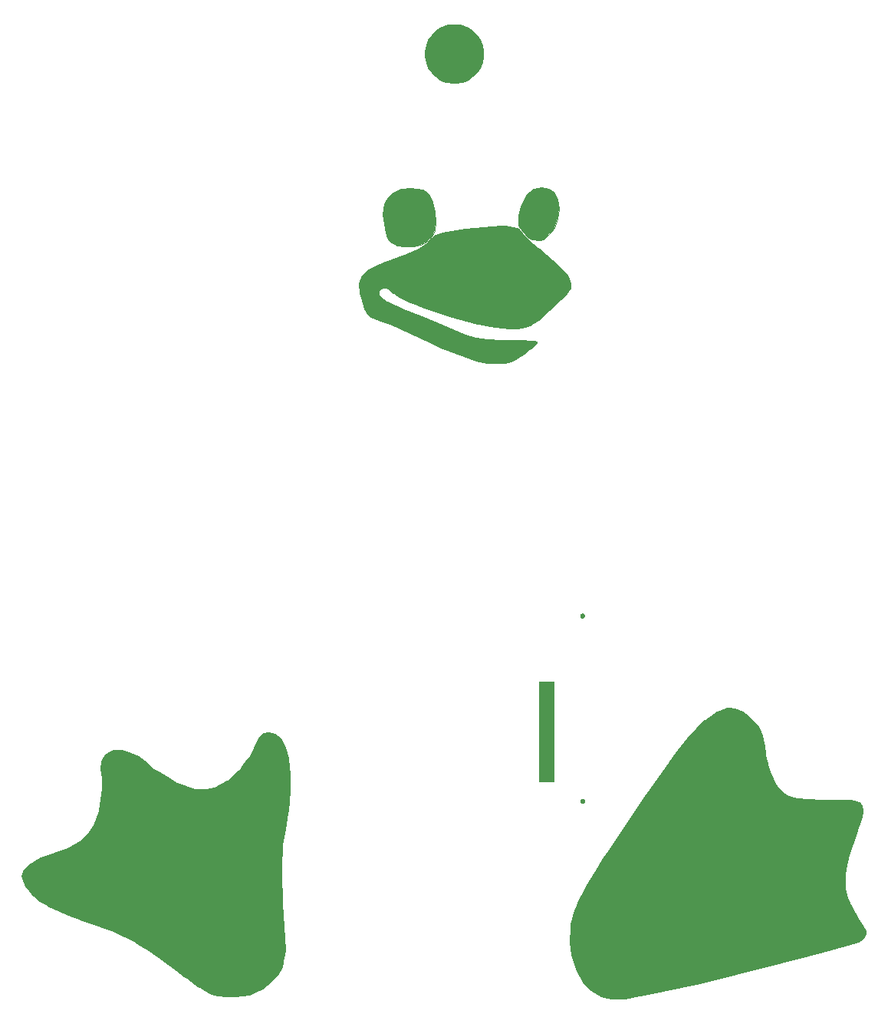
<source format=gbr>
G04 #@! TF.GenerationSoftware,KiCad,Pcbnew,(2018-02-05 revision d1a45d147)-makepkg*
G04 #@! TF.CreationDate,2019-11-12T11:54:18-08:00*
G04 #@! TF.ProjectId,lichen-badge,6C696368656E2D62616467652E6B6963,rev?*
G04 #@! TF.SameCoordinates,Original*
G04 #@! TF.FileFunction,Soldermask,Bot*
G04 #@! TF.FilePolarity,Negative*
%FSLAX46Y46*%
G04 Gerber Fmt 4.6, Leading zero omitted, Abs format (unit mm)*
G04 Created by KiCad (PCBNEW (2018-02-05 revision d1a45d147)-makepkg) date 11/12/19 11:54:18*
%MOMM*%
%LPD*%
G01*
G04 APERTURE LIST*
%ADD10C,0.100000*%
G04 APERTURE END LIST*
D10*
G36*
X97612200Y-85750400D02*
X97891600Y-85140800D01*
X98018600Y-84175600D01*
X97891600Y-83058000D01*
X97612200Y-82016600D01*
X97180400Y-81178400D01*
X96621600Y-80670400D01*
X95300800Y-80441800D01*
X94183200Y-80568800D01*
X93294200Y-80949800D01*
X92710000Y-81508600D01*
X92278200Y-82270600D01*
X92176600Y-83362800D01*
X92379800Y-84963000D01*
X92633800Y-85953600D01*
X93014800Y-86410800D01*
X93776800Y-86791800D01*
X94589600Y-86918800D01*
X95580200Y-86893400D01*
X96545400Y-86690200D01*
X97256600Y-86233000D01*
X97612200Y-85750400D01*
G37*
X97612200Y-85750400D02*
X97891600Y-85140800D01*
X98018600Y-84175600D01*
X97891600Y-83058000D01*
X97612200Y-82016600D01*
X97180400Y-81178400D01*
X96621600Y-80670400D01*
X95300800Y-80441800D01*
X94183200Y-80568800D01*
X93294200Y-80949800D01*
X92710000Y-81508600D01*
X92278200Y-82270600D01*
X92176600Y-83362800D01*
X92379800Y-84963000D01*
X92633800Y-85953600D01*
X93014800Y-86410800D01*
X93776800Y-86791800D01*
X94589600Y-86918800D01*
X95580200Y-86893400D01*
X96545400Y-86690200D01*
X97256600Y-86233000D01*
X97612200Y-85750400D01*
G36*
X107264200Y-84912200D02*
X107162600Y-84505800D01*
X107111800Y-83515200D01*
X107365800Y-82473800D01*
X107848400Y-81457800D01*
X108077000Y-81127600D01*
X108839000Y-80543400D01*
X109702600Y-80365600D01*
X110540800Y-80568800D01*
X111048800Y-80924400D01*
X111480600Y-81711800D01*
X111582200Y-82753200D01*
X111455200Y-83870800D01*
X111074200Y-84886800D01*
X110464600Y-85674200D01*
X109956600Y-86106000D01*
X109372400Y-86233000D01*
X108610400Y-86156800D01*
X108153200Y-85852000D01*
X107696000Y-85420200D01*
X107264200Y-84912200D01*
G37*
X107264200Y-84912200D02*
X107162600Y-84505800D01*
X107111800Y-83515200D01*
X107365800Y-82473800D01*
X107848400Y-81457800D01*
X108077000Y-81127600D01*
X108839000Y-80543400D01*
X109702600Y-80365600D01*
X110540800Y-80568800D01*
X111048800Y-80924400D01*
X111480600Y-81711800D01*
X111582200Y-82753200D01*
X111455200Y-83870800D01*
X111074200Y-84886800D01*
X110464600Y-85674200D01*
X109956600Y-86106000D01*
X109372400Y-86233000D01*
X108610400Y-86156800D01*
X108153200Y-85852000D01*
X107696000Y-85420200D01*
X107264200Y-84912200D01*
G36*
X130148889Y-137799480D02*
X130148890Y-137799480D01*
X130582670Y-137817913D01*
X131033244Y-137837059D01*
X131304750Y-137951502D01*
X131901812Y-138203170D01*
X131901817Y-138203172D01*
X131907004Y-138205359D01*
X131911725Y-138208446D01*
X131911724Y-138208446D01*
X132505156Y-138596555D01*
X132505160Y-138596558D01*
X132508984Y-138599059D01*
X132889984Y-138936879D01*
X133296384Y-139378839D01*
X133692624Y-139937639D01*
X133984724Y-140450719D01*
X133986570Y-140455923D01*
X133986572Y-140455926D01*
X134067490Y-140683968D01*
X134124424Y-140844419D01*
X134125164Y-140847407D01*
X134125166Y-140847415D01*
X134239766Y-141310400D01*
X134251424Y-141357499D01*
X134251784Y-141359512D01*
X134251787Y-141359525D01*
X134294212Y-141596607D01*
X134380964Y-142081399D01*
X134388584Y-142134739D01*
X134388636Y-142135136D01*
X134388641Y-142135170D01*
X134419064Y-142365879D01*
X134431871Y-142465484D01*
X134441924Y-142543679D01*
X134474944Y-142797679D01*
X134494150Y-142942459D01*
X134507152Y-143040479D01*
X134509377Y-143052616D01*
X134586704Y-143381879D01*
X134586771Y-143382173D01*
X134586791Y-143382258D01*
X134655190Y-143681187D01*
X134655393Y-143682059D01*
X134666956Y-143730980D01*
X134712319Y-143922899D01*
X134753077Y-144095340D01*
X134756077Y-144105924D01*
X135079976Y-145082644D01*
X135084646Y-145094626D01*
X135297880Y-145568106D01*
X135401594Y-145798400D01*
X135408321Y-145811281D01*
X135867904Y-146578908D01*
X135883161Y-146599330D01*
X136387267Y-147147272D01*
X136405545Y-147163592D01*
X136416898Y-147170974D01*
X136990518Y-147501167D01*
X137020691Y-147513618D01*
X137920231Y-147753331D01*
X137938723Y-147756792D01*
X139123159Y-147887281D01*
X139133305Y-147887983D01*
X140739360Y-147933509D01*
X140742902Y-147933559D01*
X142727404Y-147933559D01*
X143855164Y-147986899D01*
X144279597Y-148050810D01*
X144504047Y-148084607D01*
X144504049Y-148084607D01*
X144513024Y-148085959D01*
X144521237Y-148089821D01*
X144521240Y-148089822D01*
X144530841Y-148094337D01*
X144939744Y-148286619D01*
X144949205Y-148300695D01*
X145000369Y-148376817D01*
X145148024Y-148596499D01*
X145216604Y-149053699D01*
X145226764Y-149373739D01*
X145225565Y-149380283D01*
X145225565Y-149380285D01*
X145165883Y-149706048D01*
X145165722Y-149706946D01*
X145132784Y-149894439D01*
X145054044Y-150163679D01*
X144899104Y-150684379D01*
X144840684Y-150857099D01*
X144665424Y-151360019D01*
X144553664Y-151680059D01*
X144553366Y-151680844D01*
X144109563Y-152849949D01*
X144108783Y-152852061D01*
X143687763Y-154024362D01*
X143683243Y-154040133D01*
X143351056Y-155572723D01*
X143348995Y-155585296D01*
X143274069Y-156254628D01*
X143273351Y-156264738D01*
X143245815Y-157173415D01*
X143246409Y-157189944D01*
X143311482Y-157824897D01*
X143328302Y-157989025D01*
X143332229Y-158009800D01*
X143465984Y-158490328D01*
X143467167Y-158494317D01*
X143509724Y-158629499D01*
X143509817Y-158629809D01*
X143509831Y-158629853D01*
X143562900Y-158805947D01*
X143569616Y-158823389D01*
X143696749Y-159091779D01*
X143748484Y-159200999D01*
X143748882Y-159201914D01*
X143748890Y-159201932D01*
X143824190Y-159375122D01*
X143825212Y-159377409D01*
X143923357Y-159591315D01*
X143924159Y-159593028D01*
X144028579Y-159811812D01*
X144032531Y-159819411D01*
X144641403Y-160898202D01*
X144643804Y-160902274D01*
X144683204Y-160966299D01*
X144683322Y-160966493D01*
X144683395Y-160966612D01*
X144754324Y-161083139D01*
X145036046Y-161552676D01*
X145036520Y-161553459D01*
X145190763Y-161806315D01*
X145190782Y-161806347D01*
X145191204Y-161807039D01*
X145523944Y-162388699D01*
X145525975Y-162398066D01*
X145525975Y-162398067D01*
X145551946Y-162517871D01*
X145602684Y-162751919D01*
X145424884Y-163092279D01*
X145137864Y-163404699D01*
X145130485Y-163409233D01*
X145130484Y-163409234D01*
X144970959Y-163507255D01*
X144716224Y-163663779D01*
X143545284Y-164065099D01*
X140515064Y-164910919D01*
X134855944Y-166335859D01*
X127157946Y-168238136D01*
X127157919Y-168238142D01*
X127157204Y-168238319D01*
X121099304Y-169574359D01*
X121097665Y-169574628D01*
X121097651Y-169574631D01*
X120094553Y-169739459D01*
X118935224Y-169929959D01*
X117375664Y-169929959D01*
X117368493Y-169928237D01*
X117368488Y-169928236D01*
X116284192Y-169667804D01*
X116275844Y-169665799D01*
X115163324Y-169043499D01*
X114986039Y-168860751D01*
X114262257Y-168114668D01*
X114256544Y-168108779D01*
X113471684Y-166699079D01*
X113358981Y-166335859D01*
X112983327Y-165125204D01*
X112983326Y-165125201D01*
X112981464Y-165119199D01*
X112960656Y-164911115D01*
X112920692Y-164511478D01*
X112920253Y-164507682D01*
X112917510Y-164486739D01*
X112788424Y-163501219D01*
X112870889Y-162223015D01*
X112904850Y-161696613D01*
X112904850Y-161696611D01*
X112905264Y-161690199D01*
X112906978Y-161684008D01*
X112906979Y-161684003D01*
X113336137Y-160133987D01*
X113337064Y-160130639D01*
X113461860Y-159819411D01*
X113752717Y-159094041D01*
X113753624Y-159091779D01*
X114378464Y-157826859D01*
X114998224Y-156772759D01*
X115056662Y-156678758D01*
X115886904Y-155343254D01*
X115887224Y-155342739D01*
X116121681Y-154979519D01*
X116558761Y-154302395D01*
X116997204Y-153623159D01*
X120888484Y-147814179D01*
X121348461Y-147163592D01*
X123676722Y-143870523D01*
X123676733Y-143870508D01*
X123677404Y-143869559D01*
X123783406Y-143730980D01*
X124751407Y-142465484D01*
X124751412Y-142465478D01*
X124751824Y-142464939D01*
X124773879Y-142437511D01*
X125450044Y-141596607D01*
X125450057Y-141596591D01*
X125450324Y-141596259D01*
X126197084Y-140692019D01*
X126197993Y-140691013D01*
X126198005Y-140690999D01*
X126790210Y-140035525D01*
X126791444Y-140034159D01*
X126889546Y-139937639D01*
X127732456Y-139108324D01*
X127732460Y-139108321D01*
X127736324Y-139104519D01*
X127740785Y-139101442D01*
X127740788Y-139101440D01*
X129055647Y-138194641D01*
X129062204Y-138190119D01*
X129069689Y-138187394D01*
X129069691Y-138187393D01*
X129547058Y-138013600D01*
X130136624Y-137798959D01*
X130148889Y-137799480D01*
X130148889Y-137799480D01*
G37*
G36*
X79646361Y-140507510D02*
X79646363Y-140507510D01*
X79992253Y-140602564D01*
X80299284Y-140686939D01*
X80959684Y-141164459D01*
X81503244Y-142152519D01*
X81505203Y-142160144D01*
X81819088Y-143381879D01*
X81833444Y-143437759D01*
X81996004Y-145149719D01*
X81993880Y-145310400D01*
X81988389Y-145725923D01*
X81988381Y-145726769D01*
X81980764Y-146907399D01*
X81980595Y-146909591D01*
X81889912Y-148085959D01*
X81889324Y-148093579D01*
X81775024Y-149221339D01*
X81774735Y-149223140D01*
X81774734Y-149223150D01*
X81750595Y-149373739D01*
X81444824Y-151281279D01*
X81377681Y-151679254D01*
X81166196Y-152932785D01*
X81164994Y-152941974D01*
X81091968Y-153725113D01*
X81091638Y-153729471D01*
X81033554Y-154729523D01*
X81033344Y-154736771D01*
X81033344Y-155681852D01*
X81033370Y-155684383D01*
X81066335Y-157312338D01*
X81066423Y-157315153D01*
X81096158Y-158009800D01*
X81147189Y-159201932D01*
X81157757Y-159448825D01*
X81157870Y-159451010D01*
X81462604Y-164486739D01*
X81461514Y-164493523D01*
X81461514Y-164493526D01*
X81458630Y-164511478D01*
X81362001Y-165112944D01*
X81338214Y-165261002D01*
X81338104Y-165261698D01*
X81231464Y-165952319D01*
X81230428Y-165955986D01*
X81230427Y-165955989D01*
X81123073Y-166335859D01*
X81099384Y-166419679D01*
X81095912Y-166425959D01*
X81095911Y-166425961D01*
X80941776Y-166704735D01*
X80687904Y-167163899D01*
X79971624Y-168004639D01*
X79966957Y-168008368D01*
X79966955Y-168008370D01*
X78909966Y-168852950D01*
X78909925Y-168852982D01*
X78909904Y-168852999D01*
X78798144Y-168941899D01*
X78790531Y-168945181D01*
X78790530Y-168945181D01*
X78527075Y-169058739D01*
X77472264Y-169513399D01*
X75854284Y-169734379D01*
X75493604Y-169739459D01*
X75492211Y-169739416D01*
X75492194Y-169739416D01*
X74671321Y-169714158D01*
X74668104Y-169714059D01*
X74243017Y-169656980D01*
X73954049Y-169618179D01*
X73954047Y-169618179D01*
X73949284Y-169617539D01*
X73944678Y-169616179D01*
X73944672Y-169616178D01*
X73265751Y-169415758D01*
X73260944Y-169414339D01*
X72519264Y-169058739D01*
X72502095Y-169047939D01*
X72204514Y-168860751D01*
X72204304Y-168860619D01*
X71952844Y-168703139D01*
X71952808Y-168703116D01*
X71774109Y-168589856D01*
X71770857Y-168587864D01*
X71648044Y-168515179D01*
X71645835Y-168513598D01*
X71406845Y-168342532D01*
X71406744Y-168342459D01*
X71193500Y-168190142D01*
X71193274Y-168189981D01*
X70970401Y-168032957D01*
X70969281Y-168032178D01*
X70929224Y-168004639D01*
X70928926Y-168004432D01*
X70871131Y-167964227D01*
X70871078Y-167964190D01*
X70870804Y-167963999D01*
X70522824Y-167715079D01*
X70215484Y-167483939D01*
X69369893Y-166849111D01*
X69369500Y-166848817D01*
X67428274Y-165410027D01*
X67424814Y-165407552D01*
X66029342Y-164445158D01*
X66024625Y-164442060D01*
X65316050Y-163999200D01*
X65315655Y-163998954D01*
X64706956Y-163621662D01*
X64694958Y-163615106D01*
X62396832Y-162517871D01*
X62387587Y-162513905D01*
X61982028Y-162358957D01*
X61629339Y-162224208D01*
X61626172Y-162223048D01*
X60329804Y-161768939D01*
X59243575Y-161383176D01*
X59241845Y-161382576D01*
X58633084Y-161177119D01*
X57670424Y-160801199D01*
X57670322Y-160801158D01*
X57670258Y-160801133D01*
X56508901Y-160337097D01*
X56507104Y-160336379D01*
X56505368Y-160335556D01*
X56505355Y-160335551D01*
X55110542Y-159674850D01*
X55110536Y-159674847D01*
X55107564Y-159673439D01*
X55104754Y-159671726D01*
X55104747Y-159671722D01*
X54331155Y-159200067D01*
X54111884Y-159066379D01*
X53649769Y-158629853D01*
X53336097Y-158333551D01*
X53336096Y-158333550D01*
X53332104Y-158329779D01*
X53087149Y-157999579D01*
X52700992Y-157479040D01*
X52697104Y-157473799D01*
X52336424Y-156686399D01*
X52275464Y-156353659D01*
X52519304Y-155662779D01*
X53238124Y-154979519D01*
X53712118Y-154713620D01*
X54379556Y-154339203D01*
X54379561Y-154339201D01*
X54383664Y-154336899D01*
X54388060Y-154335242D01*
X54388067Y-154335239D01*
X55899677Y-153765537D01*
X55899711Y-153765524D01*
X55900044Y-153765399D01*
X57301409Y-153260197D01*
X57302911Y-153259643D01*
X57530011Y-153174175D01*
X57546146Y-153166755D01*
X57963908Y-152937359D01*
X58663058Y-152553450D01*
X58687369Y-152536017D01*
X59520643Y-151771976D01*
X59540846Y-151748158D01*
X60195464Y-150745074D01*
X60203989Y-150729763D01*
X60403086Y-150304531D01*
X60408223Y-150291774D01*
X60786604Y-149179183D01*
X60791196Y-149161562D01*
X61017173Y-147933752D01*
X61018659Y-147923141D01*
X61131791Y-146751598D01*
X61132361Y-146738059D01*
X61122284Y-145911719D01*
X61119794Y-145568106D01*
X61118932Y-145554333D01*
X61003482Y-144578029D01*
X61003482Y-144578026D01*
X61002904Y-144573139D01*
X61036200Y-143730980D01*
X61475344Y-142942459D01*
X61491756Y-142933998D01*
X61491757Y-142933997D01*
X61918155Y-142714170D01*
X62455784Y-142436999D01*
X63405744Y-142467479D01*
X64383644Y-142774819D01*
X64386410Y-142775990D01*
X64386413Y-142775991D01*
X65203542Y-143121892D01*
X65203544Y-143121893D01*
X65211684Y-143125339D01*
X65218540Y-143130916D01*
X65218543Y-143130918D01*
X66192124Y-143922899D01*
X66935005Y-144529795D01*
X66948471Y-144539384D01*
X67584044Y-144931279D01*
X68654955Y-145591082D01*
X68656943Y-145592281D01*
X69472758Y-146074240D01*
X69490795Y-146083025D01*
X70456536Y-146460814D01*
X70467375Y-146464491D01*
X71455781Y-146750086D01*
X71490480Y-146754999D01*
X72638530Y-146754999D01*
X72663889Y-146752400D01*
X73554156Y-146567952D01*
X73585962Y-146556714D01*
X74980145Y-145839705D01*
X75004386Y-145823399D01*
X75018505Y-145811281D01*
X76255412Y-144749664D01*
X76273957Y-144729868D01*
X76750406Y-144095340D01*
X77353517Y-143292124D01*
X77365652Y-143272387D01*
X78417494Y-141141023D01*
X78417495Y-141141022D01*
X78422224Y-141131439D01*
X78965784Y-140603119D01*
X79633804Y-140504059D01*
X79646361Y-140507510D01*
X79646361Y-140507510D01*
G37*
G36*
X114260827Y-147839246D02*
X114300731Y-147847183D01*
X114350851Y-147867943D01*
X114395958Y-147898082D01*
X114434318Y-147936442D01*
X114464457Y-147981549D01*
X114485217Y-148031669D01*
X114495800Y-148084875D01*
X114495800Y-148139125D01*
X114485217Y-148192331D01*
X114464457Y-148242451D01*
X114434318Y-148287558D01*
X114395958Y-148325918D01*
X114350851Y-148356057D01*
X114300731Y-148376817D01*
X114260826Y-148384754D01*
X114247526Y-148387400D01*
X114193274Y-148387400D01*
X114179974Y-148384754D01*
X114140069Y-148376817D01*
X114089949Y-148356057D01*
X114044842Y-148325918D01*
X114006482Y-148287558D01*
X113976343Y-148242451D01*
X113955583Y-148192331D01*
X113945000Y-148139125D01*
X113945000Y-148084875D01*
X113955583Y-148031669D01*
X113976343Y-147981549D01*
X114006482Y-147936442D01*
X114044842Y-147898082D01*
X114089949Y-147867943D01*
X114140069Y-147847183D01*
X114179973Y-147839246D01*
X114193274Y-147836600D01*
X114247526Y-147836600D01*
X114260827Y-147839246D01*
X114260827Y-147839246D01*
G37*
G36*
X111072000Y-146013600D02*
X109368800Y-146013600D01*
X109368800Y-134910400D01*
X111072000Y-134910400D01*
X111072000Y-146013600D01*
X111072000Y-146013600D01*
G37*
G36*
X114260826Y-127389246D02*
X114300731Y-127397183D01*
X114350851Y-127417943D01*
X114395958Y-127448082D01*
X114434318Y-127486442D01*
X114464457Y-127531549D01*
X114485217Y-127581669D01*
X114495800Y-127634875D01*
X114495800Y-127689125D01*
X114485217Y-127742331D01*
X114464457Y-127792451D01*
X114434318Y-127837558D01*
X114395958Y-127875918D01*
X114350851Y-127906057D01*
X114300731Y-127926817D01*
X114260827Y-127934754D01*
X114247526Y-127937400D01*
X114193274Y-127937400D01*
X114179973Y-127934754D01*
X114140069Y-127926817D01*
X114089949Y-127906057D01*
X114044842Y-127875918D01*
X114006482Y-127837558D01*
X113976343Y-127792451D01*
X113955583Y-127742331D01*
X113945000Y-127689125D01*
X113945000Y-127634875D01*
X113955583Y-127581669D01*
X113976343Y-127531549D01*
X114006482Y-127486442D01*
X114044842Y-127448082D01*
X114089949Y-127417943D01*
X114140069Y-127397183D01*
X114179974Y-127389246D01*
X114193274Y-127386600D01*
X114247526Y-127386600D01*
X114260826Y-127389246D01*
X114260826Y-127389246D01*
G37*
G36*
X105249915Y-84632202D02*
X105249920Y-84632202D01*
X105432310Y-84643894D01*
X105641396Y-84657297D01*
X105643743Y-84657628D01*
X105643752Y-84657629D01*
X106646921Y-84799134D01*
X106646927Y-84799135D01*
X106649776Y-84799537D01*
X106652582Y-84800200D01*
X106652586Y-84800201D01*
X106945487Y-84869432D01*
X107068876Y-84898597D01*
X107259376Y-84987497D01*
X107268788Y-85000813D01*
X107596269Y-85464138D01*
X107609603Y-85480023D01*
X108229082Y-86104498D01*
X108235542Y-86110563D01*
X109364458Y-87097731D01*
X109365521Y-87098651D01*
X109470918Y-87188743D01*
X110904276Y-88413957D01*
X111874556Y-89267397D01*
X112413036Y-89856677D01*
X112416154Y-89861767D01*
X112416155Y-89861768D01*
X112593536Y-90151317D01*
X112758476Y-90420557D01*
X112961676Y-90979357D01*
X112946436Y-91563557D01*
X112565436Y-92137597D01*
X112560414Y-92142396D01*
X112560413Y-92142397D01*
X112510581Y-92190014D01*
X111879636Y-92792917D01*
X109390436Y-95119557D01*
X109384533Y-95123035D01*
X108644632Y-95558977D01*
X108450636Y-95673277D01*
X107526076Y-95952677D01*
X106992676Y-96023797D01*
X106988897Y-96023841D01*
X106988896Y-96023841D01*
X106122377Y-96033917D01*
X106122373Y-96033917D01*
X106118916Y-96033957D01*
X103970076Y-95820597D01*
X103966493Y-95819809D01*
X103966490Y-95819808D01*
X102791258Y-95561166D01*
X102654356Y-95531037D01*
X99830850Y-94810352D01*
X99750872Y-94789938D01*
X99750870Y-94789938D01*
X99748596Y-94789357D01*
X97073384Y-93886260D01*
X96560248Y-93713036D01*
X96560240Y-93713033D01*
X96558356Y-93712397D01*
X96556510Y-93711638D01*
X96556498Y-93711634D01*
X95532522Y-93290891D01*
X95532514Y-93290888D01*
X95532196Y-93290757D01*
X95212916Y-93156323D01*
X94858526Y-93007107D01*
X94858513Y-93007101D01*
X94856556Y-93006277D01*
X94028516Y-92589717D01*
X93368116Y-92178237D01*
X93363455Y-92173777D01*
X93363450Y-92173773D01*
X92806456Y-91640788D01*
X92787177Y-91625663D01*
X92765317Y-91614591D01*
X92741157Y-91607898D01*
X92568095Y-91578230D01*
X92289732Y-91530511D01*
X92265295Y-91528758D01*
X92240981Y-91531807D01*
X92217729Y-91539541D01*
X92206443Y-91545273D01*
X91886110Y-91728931D01*
X91866149Y-91743144D01*
X91849206Y-91761157D01*
X91838415Y-91775185D01*
X91825450Y-91795979D01*
X91816790Y-91818902D01*
X91812538Y-91848023D01*
X91804712Y-92137597D01*
X91804594Y-92141939D01*
X91806336Y-92166381D01*
X91812813Y-92190014D01*
X91827274Y-92217184D01*
X92055403Y-92541829D01*
X92071389Y-92560401D01*
X92084935Y-92571615D01*
X92556963Y-92909359D01*
X92647351Y-92974033D01*
X92667588Y-92985816D01*
X92711798Y-93006277D01*
X94497354Y-93832650D01*
X94504663Y-93835753D01*
X96247457Y-94511086D01*
X98157236Y-95251125D01*
X98157255Y-95251133D01*
X98158556Y-95251637D01*
X98159838Y-95252201D01*
X98159842Y-95252202D01*
X101294931Y-96629818D01*
X101311653Y-96635788D01*
X102444304Y-96951527D01*
X102458176Y-96954557D01*
X103749615Y-97160584D01*
X103763896Y-97162028D01*
X105278016Y-97227640D01*
X105283428Y-97227757D01*
X106261156Y-97227757D01*
X106261654Y-97227766D01*
X106261699Y-97227766D01*
X107434021Y-97248066D01*
X107434055Y-97248067D01*
X107434636Y-97248077D01*
X107435208Y-97248099D01*
X107435221Y-97248099D01*
X107779751Y-97261135D01*
X108374436Y-97283637D01*
X108376512Y-97283856D01*
X108376520Y-97283857D01*
X108638469Y-97311543D01*
X108999276Y-97349677D01*
X109222796Y-97441117D01*
X109243116Y-97486837D01*
X109232956Y-97532557D01*
X109039916Y-97776397D01*
X109000000Y-97811324D01*
X108998558Y-97812607D01*
X108839256Y-97956737D01*
X108526836Y-98231057D01*
X108427190Y-98308723D01*
X108354323Y-98365516D01*
X108353740Y-98365974D01*
X107800396Y-98802557D01*
X107799011Y-98803535D01*
X106991264Y-99374007D01*
X106991259Y-99374010D01*
X106987596Y-99376597D01*
X106852976Y-99445177D01*
X106357676Y-99699177D01*
X105679496Y-99856657D01*
X105673271Y-99856836D01*
X105673266Y-99856837D01*
X104800835Y-99881979D01*
X104800827Y-99881979D01*
X104798116Y-99882057D01*
X103667816Y-99816017D01*
X102474016Y-99584877D01*
X98832235Y-98229854D01*
X98782812Y-98211465D01*
X98782806Y-98211463D01*
X98780856Y-98210737D01*
X97414336Y-97596057D01*
X97414190Y-97595990D01*
X97414119Y-97595958D01*
X92969037Y-95561166D01*
X92959314Y-95557200D01*
X91729478Y-95114877D01*
X90873836Y-94807137D01*
X90495376Y-94520117D01*
X90076276Y-93877497D01*
X90065886Y-93835759D01*
X89756008Y-92590997D01*
X89626696Y-92071557D01*
X89537796Y-90992057D01*
X89809576Y-90151317D01*
X89820139Y-90140797D01*
X90425350Y-89538056D01*
X90425351Y-89538055D01*
X90431876Y-89531557D01*
X91452956Y-88987997D01*
X92249713Y-88698713D01*
X94750862Y-87790603D01*
X94758930Y-87787352D01*
X96107059Y-87188743D01*
X96124936Y-87178990D01*
X96870776Y-86689297D01*
X97046041Y-86573243D01*
X97069039Y-86553633D01*
X97722529Y-85842993D01*
X97722532Y-85842990D01*
X97726756Y-85838397D01*
X97731806Y-85834732D01*
X97731811Y-85834728D01*
X98006078Y-85635703D01*
X98006079Y-85635703D01*
X98013776Y-85630117D01*
X98022788Y-85627091D01*
X98022790Y-85627090D01*
X98704976Y-85398035D01*
X98704979Y-85398034D01*
X98709736Y-85396437D01*
X100805236Y-85050997D01*
X101252276Y-84987497D01*
X105245156Y-84631897D01*
X105249915Y-84632202D01*
X105249915Y-84632202D01*
G37*
G36*
X100714999Y-62471936D02*
X101031399Y-62534872D01*
X101627484Y-62781778D01*
X102162133Y-63139020D01*
X102163949Y-63140233D01*
X102620167Y-63596451D01*
X102620169Y-63596454D01*
X102978622Y-64132916D01*
X103225528Y-64729001D01*
X103351400Y-65361801D01*
X103351400Y-66006999D01*
X103225528Y-66639799D01*
X102978622Y-67235884D01*
X102621380Y-67770533D01*
X102620167Y-67772349D01*
X102163949Y-68228567D01*
X102163946Y-68228569D01*
X101627484Y-68587022D01*
X101031399Y-68833928D01*
X100714999Y-68896864D01*
X100398600Y-68959800D01*
X99753400Y-68959800D01*
X99437001Y-68896864D01*
X99120601Y-68833928D01*
X98524516Y-68587022D01*
X97988054Y-68228569D01*
X97988051Y-68228567D01*
X97531833Y-67772349D01*
X97530620Y-67770533D01*
X97173378Y-67235884D01*
X96926472Y-66639799D01*
X96800600Y-66006999D01*
X96800600Y-65361801D01*
X96926472Y-64729001D01*
X97173378Y-64132916D01*
X97531831Y-63596454D01*
X97531833Y-63596451D01*
X97988051Y-63140233D01*
X97989867Y-63139020D01*
X98524516Y-62781778D01*
X99120601Y-62534872D01*
X99437001Y-62471936D01*
X99753400Y-62409000D01*
X100398600Y-62409000D01*
X100714999Y-62471936D01*
X100714999Y-62471936D01*
G37*
M02*

</source>
